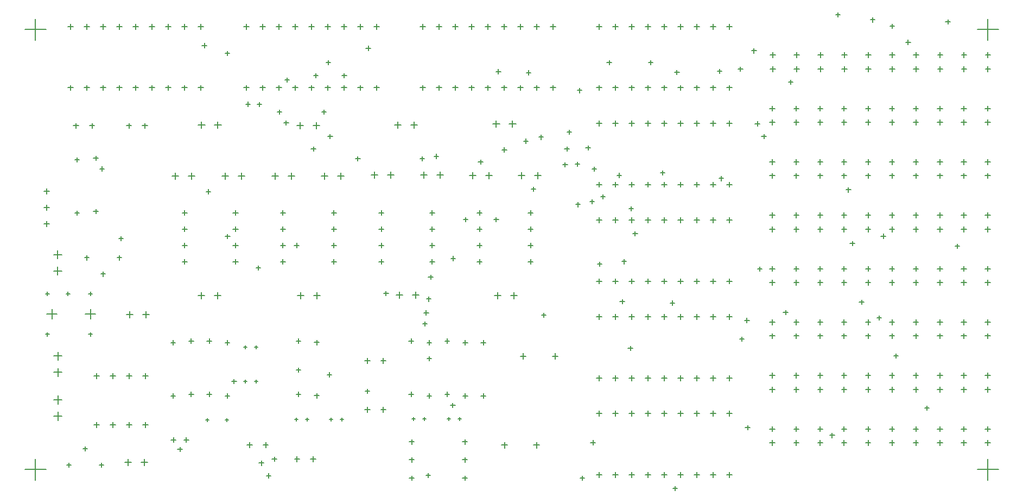
<source format=gbr>
%TF.GenerationSoftware,Altium Limited,Altium Designer,23.3.1 (30)*%
G04 Layer_Color=128*
%FSLAX26Y26*%
%MOIN*%
%TF.SameCoordinates,C47A0882-6911-4C93-B89A-A613C280F5D7*%
%TF.FilePolarity,Positive*%
%TF.FileFunction,Drillmap*%
%TF.Part,Single*%
G01*
G75*
%TA.AperFunction,NonConductor*%
%ADD45C,0.005000*%
D45*
X5836110Y1952490D02*
X5868110D01*
X5852110Y1936490D02*
Y1968490D01*
X5836110Y2037490D02*
X5868110D01*
X5852110Y2021490D02*
Y2053490D01*
X5983000Y1952490D02*
X6015000D01*
X5999000Y1936490D02*
Y1968490D01*
X5983000Y2037490D02*
X6015000D01*
X5999000Y2021490D02*
Y2053490D01*
X5542332Y2280244D02*
X5574332D01*
X5558332Y2264244D02*
Y2296244D01*
X5542332Y2365244D02*
X5574332D01*
X5558332Y2349244D02*
Y2381244D01*
X5395444Y2280244D02*
X5427444D01*
X5411444Y2264244D02*
Y2296244D01*
X5395444Y2365244D02*
X5427444D01*
X5411444Y2349244D02*
Y2381244D01*
X5689222Y2280244D02*
X5721222D01*
X5705222Y2264244D02*
Y2296244D01*
X5689222Y2365244D02*
X5721222D01*
X5705222Y2349244D02*
Y2381244D01*
X5248556Y1952490D02*
X5280556D01*
X5264556Y1936490D02*
Y1968490D01*
X5248556Y2037490D02*
X5280556D01*
X5264556Y2021490D02*
Y2053490D01*
X5983000Y2280244D02*
X6015000D01*
X5999000Y2264244D02*
Y2296244D01*
X5983000Y2365244D02*
X6015000D01*
X5999000Y2349244D02*
Y2381244D01*
X5836110Y2280244D02*
X5868110D01*
X5852110Y2264244D02*
Y2296244D01*
X5836110Y2365244D02*
X5868110D01*
X5852110Y2349244D02*
Y2381244D01*
X5542332Y1952490D02*
X5574332D01*
X5558332Y1936490D02*
Y1968490D01*
X5542332Y2037490D02*
X5574332D01*
X5558332Y2021490D02*
Y2053490D01*
X5395444Y1952490D02*
X5427444D01*
X5411444Y1936490D02*
Y1968490D01*
X5395444Y2037490D02*
X5427444D01*
X5411444Y2021490D02*
Y2053490D01*
X5689222Y1952490D02*
X5721222D01*
X5705222Y1936490D02*
Y1968490D01*
X5689222Y2037490D02*
X5721222D01*
X5705222Y2021490D02*
Y2053490D01*
X5248556Y2280244D02*
X5280556D01*
X5264556Y2264244D02*
Y2296244D01*
X5248556Y2365244D02*
X5280556D01*
X5264556Y2349244D02*
Y2381244D01*
X5542332Y1296976D02*
X5574332D01*
X5558332Y1280976D02*
Y1312976D01*
X5542332Y1381976D02*
X5574332D01*
X5558332Y1365976D02*
Y1397976D01*
X5689222Y1296976D02*
X5721222D01*
X5705222Y1280976D02*
Y1312976D01*
X5689222Y1381976D02*
X5721222D01*
X5705222Y1365976D02*
Y1397976D01*
X5836110Y1296976D02*
X5868110D01*
X5852110Y1280976D02*
Y1312976D01*
X5836110Y1381976D02*
X5868110D01*
X5852110Y1365976D02*
Y1397976D01*
X5983000Y1296976D02*
X6015000D01*
X5999000Y1280976D02*
Y1312976D01*
X5983000Y1381976D02*
X6015000D01*
X5999000Y1365976D02*
Y1397976D01*
X5395444Y1296976D02*
X5427444D01*
X5411444Y1280976D02*
Y1312976D01*
X5395444Y1381976D02*
X5427444D01*
X5411444Y1365976D02*
Y1397976D01*
X5836110Y1624732D02*
X5868110D01*
X5852110Y1608732D02*
Y1640732D01*
X5836110Y1709732D02*
X5868110D01*
X5852110Y1693732D02*
Y1725732D01*
X5983000Y1624732D02*
X6015000D01*
X5999000Y1608732D02*
Y1640732D01*
X5983000Y1709732D02*
X6015000D01*
X5999000Y1693732D02*
Y1725732D01*
X5248556Y1624732D02*
X5280556D01*
X5264556Y1608732D02*
Y1640732D01*
X5248556Y1709732D02*
X5280556D01*
X5264556Y1693732D02*
Y1725732D01*
X5395444Y1624732D02*
X5427444D01*
X5411444Y1608732D02*
Y1640732D01*
X5395444Y1709732D02*
X5427444D01*
X5411444Y1693732D02*
Y1725732D01*
X5689222Y1624732D02*
X5721222D01*
X5705222Y1608732D02*
Y1640732D01*
X5689222Y1709732D02*
X5721222D01*
X5705222Y1693732D02*
Y1725732D01*
X5542332Y1624732D02*
X5574332D01*
X5558332Y1608732D02*
Y1640732D01*
X5542332Y1709732D02*
X5574332D01*
X5558332Y1693732D02*
Y1725732D01*
X5395444Y313712D02*
X5427444D01*
X5411444Y297712D02*
Y329712D01*
X5395444Y398712D02*
X5427444D01*
X5411444Y382712D02*
Y414712D01*
X4663000Y2693000D02*
X4695000D01*
X4679000Y2677000D02*
Y2709000D01*
X4663000Y2608000D02*
X4695000D01*
X4679000Y2592000D02*
Y2624000D01*
X5397444Y2693000D02*
X5429444D01*
X5413444Y2677000D02*
Y2709000D01*
X5397444Y2608000D02*
X5429444D01*
X5413444Y2592000D02*
Y2624000D01*
X5248556Y1296976D02*
X5280556D01*
X5264556Y1280976D02*
Y1312976D01*
X5248556Y1381976D02*
X5280556D01*
X5264556Y1365976D02*
Y1397976D01*
X5250556Y2693000D02*
X5282556D01*
X5266556Y2677000D02*
Y2709000D01*
X5250556Y2608000D02*
X5282556D01*
X5266556Y2592000D02*
Y2624000D01*
X4956778Y2693000D02*
X4988778D01*
X4972778Y2677000D02*
Y2709000D01*
X4956778Y2608000D02*
X4988778D01*
X4972778Y2592000D02*
Y2624000D01*
X5103666Y2693000D02*
X5135666D01*
X5119666Y2677000D02*
Y2709000D01*
X5103666Y2608000D02*
X5135666D01*
X5119666Y2592000D02*
Y2624000D01*
X5248556Y641466D02*
X5280556D01*
X5264556Y625466D02*
Y657466D01*
X5248556Y726466D02*
X5280556D01*
X5264556Y710466D02*
Y742466D01*
X4807888Y2280244D02*
X4839888D01*
X4823888Y2264244D02*
Y2296244D01*
X4807888Y2365244D02*
X4839888D01*
X4823888Y2349244D02*
Y2381244D01*
X4954778Y2280244D02*
X4986778D01*
X4970778Y2264244D02*
Y2296244D01*
X4954778Y2365244D02*
X4986778D01*
X4970778Y2349244D02*
Y2381244D01*
X5101666Y2280244D02*
X5133666D01*
X5117666Y2264244D02*
Y2296244D01*
X5101666Y2365244D02*
X5133666D01*
X5117666Y2349244D02*
Y2381244D01*
X4809888Y2693000D02*
X4841888D01*
X4825888Y2677000D02*
Y2709000D01*
X4809888Y2608000D02*
X4841888D01*
X4825888Y2592000D02*
Y2624000D01*
X5838110Y2693000D02*
X5870110D01*
X5854110Y2677000D02*
Y2709000D01*
X5838110Y2608000D02*
X5870110D01*
X5854110Y2592000D02*
Y2624000D01*
X5691222Y2693000D02*
X5723222D01*
X5707222Y2677000D02*
Y2709000D01*
X5691222Y2608000D02*
X5723222D01*
X5707222Y2592000D02*
Y2624000D01*
X5544332Y2693000D02*
X5576332D01*
X5560332Y2677000D02*
Y2709000D01*
X5544332Y2608000D02*
X5576332D01*
X5560332Y2592000D02*
Y2624000D01*
X5985000Y2693000D02*
X6017000D01*
X6001000Y2677000D02*
Y2709000D01*
X5985000Y2608000D02*
X6017000D01*
X6001000Y2592000D02*
Y2624000D01*
X5248556Y313712D02*
X5280556D01*
X5264556Y297712D02*
Y329712D01*
X5248556Y398712D02*
X5280556D01*
X5264556Y382712D02*
Y414712D01*
X5836110Y313712D02*
X5868110D01*
X5852110Y297712D02*
Y329712D01*
X5836110Y398712D02*
X5868110D01*
X5852110Y382712D02*
Y414712D01*
X5689222Y313712D02*
X5721222D01*
X5705222Y297712D02*
Y329712D01*
X5689222Y398712D02*
X5721222D01*
X5705222Y382712D02*
Y414712D01*
X5542332Y313712D02*
X5574332D01*
X5558332Y297712D02*
Y329712D01*
X5542332Y398712D02*
X5574332D01*
X5558332Y382712D02*
Y414712D01*
X5248556Y969222D02*
X5280556D01*
X5264556Y953222D02*
Y985222D01*
X5248556Y1054222D02*
X5280556D01*
X5264556Y1038222D02*
Y1070222D01*
X5542332Y969222D02*
X5574332D01*
X5558332Y953222D02*
Y985222D01*
X5542332Y1054222D02*
X5574332D01*
X5558332Y1038222D02*
Y1070222D01*
X5689222Y969222D02*
X5721222D01*
X5705222Y953222D02*
Y985222D01*
X5689222Y1054222D02*
X5721222D01*
X5705222Y1038222D02*
Y1070222D01*
X5395444Y969222D02*
X5427444D01*
X5411444Y953222D02*
Y985222D01*
X5395444Y1054222D02*
X5427444D01*
X5411444Y1038222D02*
Y1070222D01*
X5983000Y398712D02*
X6015000D01*
X5999000Y382712D02*
Y414712D01*
X5983000Y313712D02*
X6015000D01*
X5999000Y297712D02*
Y329712D01*
X5836110Y641466D02*
X5868110D01*
X5852110Y625466D02*
Y657466D01*
X5836110Y726466D02*
X5868110D01*
X5852110Y710466D02*
Y742466D01*
X5983000Y641466D02*
X6015000D01*
X5999000Y625466D02*
Y657466D01*
X5983000Y726466D02*
X6015000D01*
X5999000Y710466D02*
Y742466D01*
X5395444Y641466D02*
X5427444D01*
X5411444Y625466D02*
Y657466D01*
X5395444Y726466D02*
X5427444D01*
X5411444Y710466D02*
Y742466D01*
X5689222Y641466D02*
X5721222D01*
X5705222Y625466D02*
Y657466D01*
X5689222Y726466D02*
X5721222D01*
X5705222Y710466D02*
Y742466D01*
X5542332Y641466D02*
X5574332D01*
X5558332Y625466D02*
Y657466D01*
X5542332Y726466D02*
X5574332D01*
X5558332Y710466D02*
Y742466D01*
X5836110Y969222D02*
X5868110D01*
X5852110Y953222D02*
Y985222D01*
X5836110Y1054222D02*
X5868110D01*
X5852110Y1038222D02*
Y1070222D01*
X4661000Y2280244D02*
X4693000D01*
X4677000Y2264244D02*
Y2296244D01*
X4661000Y2365244D02*
X4693000D01*
X4677000Y2349244D02*
Y2381244D01*
X5983000Y969222D02*
X6015000D01*
X5999000Y953222D02*
Y985222D01*
X5983000Y1054222D02*
X6015000D01*
X5999000Y1038222D02*
Y1070222D01*
X4661000Y313712D02*
X4693000D01*
X4677000Y297712D02*
Y329712D01*
X4661000Y398712D02*
X4693000D01*
X4677000Y382712D02*
Y414712D01*
X4807888Y641466D02*
X4839888D01*
X4823888Y625466D02*
Y657466D01*
X4807888Y726466D02*
X4839888D01*
X4823888Y710466D02*
Y742466D01*
X4661000Y641466D02*
X4693000D01*
X4677000Y625466D02*
Y657466D01*
X4661000Y726466D02*
X4693000D01*
X4677000Y710466D02*
Y742466D01*
X4807888Y313712D02*
X4839888D01*
X4823888Y297712D02*
Y329712D01*
X4807888Y398712D02*
X4839888D01*
X4823888Y382712D02*
Y414712D01*
X4661000Y969222D02*
X4693000D01*
X4677000Y953222D02*
Y985222D01*
X4661000Y1054222D02*
X4693000D01*
X4677000Y1038222D02*
Y1070222D01*
X5101666Y969222D02*
X5133666D01*
X5117666Y953222D02*
Y985222D01*
X5101666Y1054222D02*
X5133666D01*
X5117666Y1038222D02*
Y1070222D01*
X4661000Y1296976D02*
X4693000D01*
X4677000Y1280976D02*
Y1312976D01*
X4661000Y1381976D02*
X4693000D01*
X4677000Y1365976D02*
Y1397976D01*
X4954778Y1296976D02*
X4986778D01*
X4970778Y1280976D02*
Y1312976D01*
X4954778Y1381976D02*
X4986778D01*
X4970778Y1365976D02*
Y1397976D01*
X5101666Y1296976D02*
X5133666D01*
X5117666Y1280976D02*
Y1312976D01*
X5101666Y1381976D02*
X5133666D01*
X5117666Y1365976D02*
Y1397976D01*
X4954778Y969222D02*
X4986778D01*
X4970778Y953222D02*
Y985222D01*
X4954778Y1054222D02*
X4986778D01*
X4970778Y1038222D02*
Y1070222D01*
X4807888Y1296976D02*
X4839888D01*
X4823888Y1280976D02*
Y1312976D01*
X4807888Y1381976D02*
X4839888D01*
X4823888Y1365976D02*
Y1397976D01*
X4807888Y969222D02*
X4839888D01*
X4823888Y953222D02*
Y985222D01*
X4807888Y1054222D02*
X4839888D01*
X4823888Y1038222D02*
Y1070222D01*
X4661000Y1624732D02*
X4693000D01*
X4677000Y1608732D02*
Y1640732D01*
X4661000Y1709732D02*
X4693000D01*
X4677000Y1693732D02*
Y1725732D01*
X4807888Y1952490D02*
X4839888D01*
X4823888Y1936490D02*
Y1968490D01*
X4807888Y2037490D02*
X4839888D01*
X4823888Y2021490D02*
Y2053490D01*
X4807888Y1624732D02*
X4839888D01*
X4823888Y1608732D02*
Y1640732D01*
X4807888Y1709732D02*
X4839888D01*
X4823888Y1693732D02*
Y1725732D01*
X4661000Y1952490D02*
X4693000D01*
X4677000Y1936490D02*
Y1968490D01*
X4661000Y2037490D02*
X4693000D01*
X4677000Y2021490D02*
Y2053490D01*
X4954778Y313712D02*
X4986778D01*
X4970778Y297712D02*
Y329712D01*
X4954778Y398712D02*
X4986778D01*
X4970778Y382712D02*
Y414712D01*
X4954778Y641466D02*
X4986778D01*
X4970778Y625466D02*
Y657466D01*
X4954778Y726466D02*
X4986778D01*
X4970778Y710466D02*
Y742466D01*
X5101666Y641466D02*
X5133666D01*
X5117666Y625466D02*
Y657466D01*
X5101666Y726466D02*
X5133666D01*
X5117666Y710466D02*
Y742466D01*
X5101666Y313712D02*
X5133666D01*
X5117666Y297712D02*
Y329712D01*
X5101666Y398712D02*
X5133666D01*
X5117666Y382712D02*
Y414712D01*
X5101666Y1624732D02*
X5133666D01*
X5117666Y1608732D02*
Y1640732D01*
X5101666Y1709732D02*
X5133666D01*
X5117666Y1693732D02*
Y1725732D01*
X4954778Y1952490D02*
X4986778D01*
X4970778Y1936490D02*
Y1968490D01*
X4954778Y2037490D02*
X4986778D01*
X4970778Y2021490D02*
Y2053490D01*
X4954778Y1624732D02*
X4986778D01*
X4970778Y1608732D02*
Y1640732D01*
X4954778Y1709732D02*
X4986778D01*
X4970778Y1693732D02*
Y1725732D01*
X5101666Y1952490D02*
X5133666D01*
X5117666Y1936490D02*
Y1968490D01*
X5101666Y2037490D02*
X5133666D01*
X5117666Y2021490D02*
Y2053490D01*
X85000Y150000D02*
X215000D01*
X150000Y85000D02*
Y215000D01*
X85000Y2850000D02*
X215000D01*
X150000Y2785000D02*
Y2915000D01*
X5935000Y150000D02*
X6065000D01*
X6000000Y85000D02*
Y215000D01*
X5935000Y2850000D02*
X6065000D01*
X6000000Y2785000D02*
Y2915000D01*
X1092630Y938228D02*
X1121370D01*
X1107000Y923858D02*
Y952598D01*
X1092630Y611772D02*
X1121370D01*
X1107000Y597402D02*
Y626142D01*
X2447401Y97000D02*
X2476142D01*
X2461771Y82630D02*
Y111370D01*
X2773857Y97000D02*
X2802597D01*
X2788227Y82630D02*
Y111370D01*
X2447401Y209000D02*
X2476142D01*
X2461771Y194630D02*
Y223370D01*
X2773857Y209000D02*
X2802597D01*
X2788227Y194630D02*
Y223370D01*
X2447401Y320000D02*
X2476142D01*
X2461771Y305630D02*
Y334370D01*
X2773859Y320000D02*
X2802599D01*
X2788229Y305630D02*
Y334370D01*
X3061047Y2269330D02*
X3101205D01*
X3081126Y2249251D02*
Y2289409D01*
X2961047Y2269330D02*
X3001205D01*
X2981126Y2249251D02*
Y2289409D01*
X3216045Y1955330D02*
X3256203D01*
X3236124Y1935251D02*
Y1975409D01*
X3116045Y1955330D02*
X3156203D01*
X3136124Y1935251D02*
Y1975409D01*
X2915047Y1955330D02*
X2955205D01*
X2935126Y1935251D02*
Y1975409D01*
X2815047Y1955330D02*
X2855205D01*
X2835126Y1935251D02*
Y1975409D01*
X1856047Y2260330D02*
X1896205D01*
X1876126Y2240251D02*
Y2280409D01*
X1756047Y2260330D02*
X1796205D01*
X1776126Y2240251D02*
Y2280409D01*
X1702047Y1949330D02*
X1742205D01*
X1722126Y1929251D02*
Y1969409D01*
X1602047Y1949330D02*
X1642205D01*
X1622126Y1929251D02*
Y1969409D01*
X2312047Y1956330D02*
X2352205D01*
X2332126Y1936251D02*
Y1976409D01*
X2212047Y1956330D02*
X2252205D01*
X2232126Y1936251D02*
Y1976409D01*
X1907045Y1949330D02*
X1947203D01*
X1927124Y1929251D02*
Y1969409D01*
X2007045Y1949330D02*
X2047203D01*
X2027124Y1929251D02*
Y1969409D01*
X1296047Y1950330D02*
X1336205D01*
X1316126Y1930251D02*
Y1970409D01*
X1396047Y1950330D02*
X1436205D01*
X1416126Y1930251D02*
Y1970409D01*
X990047Y1950330D02*
X1030205D01*
X1010126Y1930251D02*
Y1970409D01*
X1090047Y1950330D02*
X1130205D01*
X1110126Y1930251D02*
Y1970409D01*
X1151047Y2264330D02*
X1191205D01*
X1171126Y2244251D02*
Y2284409D01*
X1251047Y2264330D02*
X1291205D01*
X1271126Y2244251D02*
Y2284409D01*
X2457047Y2265330D02*
X2497205D01*
X2477126Y2245251D02*
Y2285409D01*
X2357047Y2265330D02*
X2397205D01*
X2377126Y2245251D02*
Y2285409D01*
X2616047Y1956330D02*
X2656205D01*
X2636126Y1936251D02*
Y1976409D01*
X2516047Y1956330D02*
X2556205D01*
X2536126Y1936251D02*
Y1976409D01*
X709040Y2259000D02*
X740536D01*
X724788Y2243252D02*
Y2274748D01*
X807464Y2259000D02*
X838960D01*
X823212Y2243252D02*
Y2274748D01*
X2681000Y460000D02*
X2701000D01*
X2691000Y450000D02*
Y470000D01*
X2747000Y460000D02*
X2767000D01*
X2757000Y450000D02*
Y470000D01*
X3127858Y845000D02*
X3163291D01*
X3145574Y827284D02*
Y862716D01*
X3324709Y845000D02*
X3360142D01*
X3342426Y827284D02*
Y862716D01*
X3013858Y300000D02*
X3049291D01*
X3031574Y282284D02*
Y317716D01*
X3210709Y300000D02*
X3246142D01*
X3228426Y282284D02*
Y317716D01*
X2528000Y460000D02*
X2548000D01*
X2538000Y450000D02*
Y470000D01*
X2462000Y460000D02*
X2482000D01*
X2472000Y450000D02*
Y470000D01*
X2970921Y1216000D02*
X3011079D01*
X2991000Y1195921D02*
Y1236079D01*
X3070921Y1216000D02*
X3111079D01*
X3091000Y1195921D02*
Y1236079D01*
X2271464Y517000D02*
X2302960D01*
X2287212Y501252D02*
Y532748D01*
X2173040Y517000D02*
X2204536D01*
X2188788Y501252D02*
Y532748D01*
X1810000Y456000D02*
X1830000D01*
X1820000Y446000D02*
Y466000D01*
X1744000Y456000D02*
X1764000D01*
X1754000Y446000D02*
Y466000D01*
X2023000Y456000D02*
X2043000D01*
X2033000Y446000D02*
Y466000D01*
X1957000Y456000D02*
X1977000D01*
X1967000Y446000D02*
Y466000D01*
X2173038Y818000D02*
X2204534D01*
X2188786Y802252D02*
Y833748D01*
X2271464Y818000D02*
X2302960D01*
X2287212Y802252D02*
Y833748D01*
X2464923Y1220000D02*
X2505081D01*
X2485002Y1199921D02*
Y1240079D01*
X2364923Y1220000D02*
X2405081D01*
X2385002Y1199921D02*
Y1240079D01*
X1549464Y300000D02*
X1580960D01*
X1565212Y284252D02*
Y315748D01*
X1451040Y300000D02*
X1482536D01*
X1466788Y284252D02*
Y315748D01*
X1840464Y214000D02*
X1871960D01*
X1856212Y198252D02*
Y229748D01*
X1742040Y214000D02*
X1773536D01*
X1757788Y198252D02*
Y229748D01*
X1863630Y602772D02*
X1892370D01*
X1878000Y588402D02*
Y617142D01*
X1863630Y929230D02*
X1892370D01*
X1878000Y914860D02*
Y943600D01*
X1751630Y938230D02*
X1780370D01*
X1766000Y923860D02*
Y952600D01*
X1751630Y611772D02*
X1780370D01*
X1766000Y597402D02*
Y626142D01*
X1314630Y601772D02*
X1343370D01*
X1329000Y587402D02*
Y616142D01*
X1314630Y928228D02*
X1343370D01*
X1329000Y913858D02*
Y942598D01*
X1203630Y938228D02*
X1232370D01*
X1218000Y923858D02*
Y952598D01*
X1203630Y611772D02*
X1232370D01*
X1218000Y597402D02*
Y626142D01*
X981630Y601772D02*
X1010370D01*
X996000Y587402D02*
Y616142D01*
X981630Y928228D02*
X1010370D01*
X996000Y913858D02*
Y942598D01*
X1496000Y691000D02*
X1516000D01*
X1506000Y681000D02*
Y701000D01*
X1430000Y691000D02*
X1450000D01*
X1440000Y681000D02*
Y701000D01*
X1430000Y901000D02*
X1450000D01*
X1440000Y891000D02*
Y911000D01*
X1496000Y901000D02*
X1516000D01*
X1506000Y891000D02*
Y911000D01*
X1857921Y1218000D02*
X1898079D01*
X1878000Y1197921D02*
Y1238079D01*
X1757921Y1218000D02*
X1798079D01*
X1778000Y1197921D02*
Y1238079D01*
X507630Y2060228D02*
X536370D01*
X522000Y2045858D02*
Y2074598D01*
X507630Y1733772D02*
X536370D01*
X522000Y1719402D02*
Y1748142D01*
X391630Y1723772D02*
X420370D01*
X406000Y1709402D02*
Y1738142D01*
X391630Y2050228D02*
X420370D01*
X406000Y2035858D02*
Y2064598D01*
X482464Y2259000D02*
X513960D01*
X498212Y2243252D02*
Y2274748D01*
X384040Y2259000D02*
X415536D01*
X399788Y2243252D02*
Y2274748D01*
X1247921Y1216000D02*
X1288079D01*
X1268000Y1195921D02*
Y1236079D01*
X1147921Y1216000D02*
X1188079D01*
X1168000Y1195921D02*
Y1236079D01*
X1315000Y454000D02*
X1335000D01*
X1325000Y444000D02*
Y464000D01*
X1195000Y454000D02*
X1215000D01*
X1205000Y444000D02*
Y464000D01*
X700921Y195000D02*
X741079D01*
X721000Y174921D02*
Y215079D01*
X800921Y195000D02*
X841079D01*
X821000Y174921D02*
Y215079D01*
X708921Y1100000D02*
X749079D01*
X729000Y1079921D02*
Y1120079D01*
X808921Y1100000D02*
X849079D01*
X829000Y1079921D02*
Y1120079D01*
X982882Y332000D02*
X1014378D01*
X998630Y316252D02*
Y347748D01*
X1061622Y332000D02*
X1093118D01*
X1077370Y316252D02*
Y347748D01*
X2863346Y1725000D02*
X2894054D01*
X2878700Y1709646D02*
Y1740354D01*
X2863346Y1625000D02*
X2894054D01*
X2878700Y1609646D02*
Y1640354D01*
X2863346Y1525000D02*
X2894054D01*
X2878700Y1509646D02*
Y1540354D01*
X2863346Y1425000D02*
X2894054D01*
X2878700Y1409646D02*
Y1440354D01*
X3175946Y1425000D02*
X3206654D01*
X3191300Y1409646D02*
Y1440354D01*
X3175946Y1525000D02*
X3206654D01*
X3191300Y1509646D02*
Y1540354D01*
X3175946Y1625000D02*
X3206654D01*
X3191300Y1609646D02*
Y1640354D01*
X3175946Y1725000D02*
X3206654D01*
X3191300Y1709646D02*
Y1740354D01*
X3595661Y2273998D02*
X3628339D01*
X3612000Y2257659D02*
Y2290337D01*
X3695661Y2273998D02*
X3728339D01*
X3712000Y2257659D02*
Y2290337D01*
X3795661Y2273998D02*
X3828339D01*
X3812000Y2257659D02*
Y2290337D01*
X3895661Y2273998D02*
X3928339D01*
X3912000Y2257659D02*
Y2290337D01*
X3995661Y2273998D02*
X4028339D01*
X4012000Y2257659D02*
Y2290337D01*
X4095661Y2273998D02*
X4128339D01*
X4112000Y2257659D02*
Y2290337D01*
X4195661Y2273998D02*
X4228339D01*
X4212000Y2257659D02*
Y2290337D01*
X4295661Y2273998D02*
X4328339D01*
X4312000Y2257659D02*
Y2290337D01*
X4395661Y2273998D02*
X4428339D01*
X4412000Y2257659D02*
Y2290337D01*
X4395661Y1898998D02*
X4428339D01*
X4412000Y1882659D02*
Y1915337D01*
X4295661Y1898998D02*
X4328339D01*
X4312000Y1882659D02*
Y1915337D01*
X4195661Y1898998D02*
X4228339D01*
X4212000Y1882659D02*
Y1915337D01*
X4095661Y1898998D02*
X4128339D01*
X4112000Y1882659D02*
Y1915337D01*
X3995661Y1898998D02*
X4028339D01*
X4012000Y1882659D02*
Y1915337D01*
X3895661Y1898998D02*
X3928339D01*
X3912000Y1882659D02*
Y1915337D01*
X3795661Y1898998D02*
X3828339D01*
X3812000Y1882659D02*
Y1915337D01*
X3695661Y1898998D02*
X3728339D01*
X3712000Y1882659D02*
Y1915337D01*
X3595661Y1898998D02*
X3628339D01*
X3612000Y1882659D02*
Y1915337D01*
X3595661Y1680500D02*
X3628339D01*
X3612000Y1664161D02*
Y1696839D01*
X3695661Y1680500D02*
X3728339D01*
X3712000Y1664161D02*
Y1696839D01*
X3795661Y1680500D02*
X3828339D01*
X3812000Y1664161D02*
Y1696839D01*
X3895661Y1680500D02*
X3928339D01*
X3912000Y1664161D02*
Y1696839D01*
X3995661Y1680500D02*
X4028339D01*
X4012000Y1664161D02*
Y1696839D01*
X4095661Y1680500D02*
X4128339D01*
X4112000Y1664161D02*
Y1696839D01*
X4195661Y1680500D02*
X4228339D01*
X4212000Y1664161D02*
Y1696839D01*
X4295661Y1680500D02*
X4328339D01*
X4312000Y1664161D02*
Y1696839D01*
X4395661Y1680500D02*
X4428339D01*
X4412000Y1664161D02*
Y1696839D01*
X4395661Y1305500D02*
X4428339D01*
X4412000Y1289161D02*
Y1321839D01*
X4295661Y1305500D02*
X4328339D01*
X4312000Y1289161D02*
Y1321839D01*
X4195661Y1305500D02*
X4228339D01*
X4212000Y1289161D02*
Y1321839D01*
X4095661Y1305500D02*
X4128339D01*
X4112000Y1289161D02*
Y1321839D01*
X3995661Y1305500D02*
X4028339D01*
X4012000Y1289161D02*
Y1321839D01*
X3895661Y1305500D02*
X3928339D01*
X3912000Y1289161D02*
Y1321839D01*
X3795661Y1305500D02*
X3828339D01*
X3812000Y1289161D02*
Y1321839D01*
X3695661Y1305500D02*
X3728339D01*
X3712000Y1289161D02*
Y1321839D01*
X3595661Y1305500D02*
X3628339D01*
X3612000Y1289161D02*
Y1321839D01*
X3595661Y2867500D02*
X3628339D01*
X3612000Y2851161D02*
Y2883839D01*
X3695661Y2867500D02*
X3728339D01*
X3712000Y2851161D02*
Y2883839D01*
X3795661Y2867500D02*
X3828339D01*
X3812000Y2851161D02*
Y2883839D01*
X3895661Y2867500D02*
X3928339D01*
X3912000Y2851161D02*
Y2883839D01*
X3995661Y2867500D02*
X4028339D01*
X4012000Y2851161D02*
Y2883839D01*
X4095661Y2867500D02*
X4128339D01*
X4112000Y2851161D02*
Y2883839D01*
X4195661Y2867500D02*
X4228339D01*
X4212000Y2851161D02*
Y2883839D01*
X4295661Y2867500D02*
X4328339D01*
X4312000Y2851161D02*
Y2883839D01*
X4395661Y2867500D02*
X4428339D01*
X4412000Y2851161D02*
Y2883839D01*
X4395661Y2492500D02*
X4428339D01*
X4412000Y2476161D02*
Y2508839D01*
X4295661Y2492500D02*
X4328339D01*
X4312000Y2476161D02*
Y2508839D01*
X4195661Y2492500D02*
X4228339D01*
X4212000Y2476161D02*
Y2508839D01*
X4095661Y2492500D02*
X4128339D01*
X4112000Y2476161D02*
Y2508839D01*
X3995661Y2492500D02*
X4028339D01*
X4012000Y2476161D02*
Y2508839D01*
X3895661Y2492500D02*
X3928339D01*
X3912000Y2476161D02*
Y2508839D01*
X3795661Y2492500D02*
X3828339D01*
X3812000Y2476161D02*
Y2508839D01*
X3695661Y2492500D02*
X3728339D01*
X3712000Y2476161D02*
Y2508839D01*
X3595661Y2492500D02*
X3628339D01*
X3612000Y2476161D02*
Y2508839D01*
X2513327Y2867500D02*
X2546005D01*
X2529666Y2851161D02*
Y2883839D01*
X2613327Y2867500D02*
X2646005D01*
X2629666Y2851161D02*
Y2883839D01*
X2713327Y2867500D02*
X2746005D01*
X2729666Y2851161D02*
Y2883839D01*
X2813327Y2867500D02*
X2846005D01*
X2829666Y2851161D02*
Y2883839D01*
X2913327Y2867500D02*
X2946005D01*
X2929666Y2851161D02*
Y2883839D01*
X3013327Y2867500D02*
X3046005D01*
X3029666Y2851161D02*
Y2883839D01*
X3113327Y2867500D02*
X3146005D01*
X3129666Y2851161D02*
Y2883839D01*
X3213327Y2867500D02*
X3246005D01*
X3229666Y2851161D02*
Y2883839D01*
X3313327Y2867500D02*
X3346005D01*
X3329666Y2851161D02*
Y2883839D01*
X3313327Y2492500D02*
X3346005D01*
X3329666Y2476161D02*
Y2508839D01*
X3213327Y2492500D02*
X3246005D01*
X3229666Y2476161D02*
Y2508839D01*
X3113327Y2492500D02*
X3146005D01*
X3129666Y2476161D02*
Y2508839D01*
X3013327Y2492500D02*
X3046005D01*
X3029666Y2476161D02*
Y2508839D01*
X2913327Y2492500D02*
X2946005D01*
X2929666Y2476161D02*
Y2508839D01*
X2813327Y2492500D02*
X2846005D01*
X2829666Y2476161D02*
Y2508839D01*
X2713327Y2492500D02*
X2746005D01*
X2729666Y2476161D02*
Y2508839D01*
X2613327Y2492500D02*
X2646005D01*
X2629666Y2476161D02*
Y2508839D01*
X2513327Y2492500D02*
X2546005D01*
X2529666Y2476161D02*
Y2508839D01*
X348661Y2867500D02*
X381339D01*
X365000Y2851161D02*
Y2883839D01*
X448661Y2867500D02*
X481339D01*
X465000Y2851161D02*
Y2883839D01*
X548661Y2867500D02*
X581339D01*
X565000Y2851161D02*
Y2883839D01*
X648661Y2867500D02*
X681339D01*
X665000Y2851161D02*
Y2883839D01*
X748661Y2867500D02*
X781339D01*
X765000Y2851161D02*
Y2883839D01*
X848661Y2867500D02*
X881339D01*
X865000Y2851161D02*
Y2883839D01*
X948661Y2867500D02*
X981339D01*
X965000Y2851161D02*
Y2883839D01*
X1048661Y2867500D02*
X1081339D01*
X1065000Y2851161D02*
Y2883839D01*
X1148661Y2867500D02*
X1181339D01*
X1165000Y2851161D02*
Y2883839D01*
X1148661Y2492500D02*
X1181339D01*
X1165000Y2476161D02*
Y2508839D01*
X1048661Y2492500D02*
X1081339D01*
X1065000Y2476161D02*
Y2508839D01*
X948661Y2492500D02*
X981339D01*
X965000Y2476161D02*
Y2508839D01*
X848661Y2492500D02*
X881339D01*
X865000Y2476161D02*
Y2508839D01*
X748661Y2492500D02*
X781339D01*
X765000Y2476161D02*
Y2508839D01*
X648661Y2492500D02*
X681339D01*
X665000Y2476161D02*
Y2508839D01*
X548661Y2492500D02*
X581339D01*
X565000Y2476161D02*
Y2508839D01*
X448661Y2492500D02*
X481339D01*
X465000Y2476161D02*
Y2508839D01*
X348661Y2492500D02*
X381339D01*
X365000Y2476161D02*
Y2508839D01*
X3595661Y712000D02*
X3628339D01*
X3612000Y695661D02*
Y728339D01*
X3695661Y712000D02*
X3728339D01*
X3712000Y695661D02*
Y728339D01*
X3795661Y712000D02*
X3828339D01*
X3812000Y695661D02*
Y728339D01*
X3895661Y712000D02*
X3928339D01*
X3912000Y695661D02*
Y728339D01*
X3995661Y712000D02*
X4028339D01*
X4012000Y695661D02*
Y728339D01*
X4095661Y712000D02*
X4128339D01*
X4112000Y695661D02*
Y728339D01*
X4195661Y712000D02*
X4228339D01*
X4212000Y695661D02*
Y728339D01*
X4295661Y712000D02*
X4328339D01*
X4312000Y695661D02*
Y728339D01*
X4395661Y712000D02*
X4428339D01*
X4412000Y695661D02*
Y728339D01*
X4395661Y1087000D02*
X4428339D01*
X4412000Y1070661D02*
Y1103339D01*
X4295661Y1087000D02*
X4328339D01*
X4312000Y1070661D02*
Y1103339D01*
X4195661Y1087000D02*
X4228339D01*
X4212000Y1070661D02*
Y1103339D01*
X4095661Y1087000D02*
X4128339D01*
X4112000Y1070661D02*
Y1103339D01*
X3995661Y1087000D02*
X4028339D01*
X4012000Y1070661D02*
Y1103339D01*
X3895661Y1087000D02*
X3928339D01*
X3912000Y1070661D02*
Y1103339D01*
X3795661Y1087000D02*
X3828339D01*
X3812000Y1070661D02*
Y1103339D01*
X3695661Y1087000D02*
X3728339D01*
X3712000Y1070661D02*
Y1103339D01*
X3595661Y1087000D02*
X3628339D01*
X3612000Y1070661D02*
Y1103339D01*
X1430995Y2867500D02*
X1463673D01*
X1447334Y2851161D02*
Y2883839D01*
X1530995Y2867500D02*
X1563673D01*
X1547334Y2851161D02*
Y2883839D01*
X1630995Y2867500D02*
X1663673D01*
X1647334Y2851161D02*
Y2883839D01*
X1730995Y2867500D02*
X1763673D01*
X1747334Y2851161D02*
Y2883839D01*
X1830995Y2867500D02*
X1863673D01*
X1847334Y2851161D02*
Y2883839D01*
X1930995Y2867500D02*
X1963673D01*
X1947334Y2851161D02*
Y2883839D01*
X2030995Y2867500D02*
X2063673D01*
X2047334Y2851161D02*
Y2883839D01*
X2130995Y2867500D02*
X2163673D01*
X2147334Y2851161D02*
Y2883839D01*
X2230995Y2867500D02*
X2263673D01*
X2247334Y2851161D02*
Y2883839D01*
X2230995Y2492500D02*
X2263673D01*
X2247334Y2476161D02*
Y2508839D01*
X2130995Y2492500D02*
X2163673D01*
X2147334Y2476161D02*
Y2508839D01*
X2030995Y2492500D02*
X2063673D01*
X2047334Y2476161D02*
Y2508839D01*
X1930995Y2492500D02*
X1963673D01*
X1947334Y2476161D02*
Y2508839D01*
X1830995Y2492500D02*
X1863673D01*
X1847334Y2476161D02*
Y2508839D01*
X1730995Y2492500D02*
X1763673D01*
X1747334Y2476161D02*
Y2508839D01*
X1630995Y2492500D02*
X1663673D01*
X1647334Y2476161D02*
Y2508839D01*
X1530995Y2492500D02*
X1563673D01*
X1547334Y2476161D02*
Y2508839D01*
X1430995Y2492500D02*
X1463673D01*
X1447334Y2476161D02*
Y2508839D01*
X3595661Y493500D02*
X3628339D01*
X3612000Y477161D02*
Y509839D01*
X3695661Y493500D02*
X3728339D01*
X3712000Y477161D02*
Y509839D01*
X3795661Y493500D02*
X3828339D01*
X3812000Y477161D02*
Y509839D01*
X3895661Y493500D02*
X3928339D01*
X3912000Y477161D02*
Y509839D01*
X3995661Y493500D02*
X4028339D01*
X4012000Y477161D02*
Y509839D01*
X4095661Y493500D02*
X4128339D01*
X4112000Y477161D02*
Y509839D01*
X4195661Y493500D02*
X4228339D01*
X4212000Y477161D02*
Y509839D01*
X4295661Y493500D02*
X4328339D01*
X4312000Y477161D02*
Y509839D01*
X4395661Y493500D02*
X4428339D01*
X4412000Y477161D02*
Y509839D01*
X4395661Y118500D02*
X4428339D01*
X4412000Y102161D02*
Y134839D01*
X4295661Y118500D02*
X4328339D01*
X4312000Y102161D02*
Y134839D01*
X4195661Y118500D02*
X4228339D01*
X4212000Y102161D02*
Y134839D01*
X4095661Y118500D02*
X4128339D01*
X4112000Y102161D02*
Y134839D01*
X3995661Y118500D02*
X4028339D01*
X4012000Y102161D02*
Y134839D01*
X3895661Y118500D02*
X3928339D01*
X3912000Y102161D02*
Y134839D01*
X3795661Y118500D02*
X3828339D01*
X3812000Y102161D02*
Y134839D01*
X3695661Y118500D02*
X3728339D01*
X3712000Y102161D02*
Y134839D01*
X3595661Y118500D02*
X3628339D01*
X3612000Y102161D02*
Y134839D01*
X203252Y1657000D02*
X234748D01*
X219000Y1641252D02*
Y1672748D01*
X203252Y1857000D02*
X234748D01*
X219000Y1841252D02*
Y1872748D01*
X203252Y1757000D02*
X234748D01*
X219000Y1741252D02*
Y1772748D01*
X261409Y1468000D02*
X312591D01*
X287000Y1442409D02*
Y1493591D01*
X261409Y1368000D02*
X312591D01*
X287000Y1342409D02*
Y1393591D01*
X342945Y178000D02*
X371055D01*
X357000Y163945D02*
Y192055D01*
X442945Y278000D02*
X471055D01*
X457000Y263945D02*
Y292055D01*
X542945Y178000D02*
X571055D01*
X557000Y163945D02*
Y192055D01*
X262344Y477000D02*
X313524D01*
X287934Y451409D02*
Y502591D01*
X262344Y577000D02*
X313524D01*
X287934Y551409D02*
Y602591D01*
X262344Y745858D02*
X313524D01*
X287934Y720268D02*
Y771448D01*
X262344Y845858D02*
X313524D01*
X287934Y820268D02*
Y871448D01*
X510000Y424000D02*
X542000D01*
X526000Y408000D02*
Y440000D01*
X610000Y424000D02*
X642000D01*
X626000Y408000D02*
Y440000D01*
X510000Y724000D02*
X542000D01*
X526000Y708000D02*
Y740000D01*
X610000Y724000D02*
X642000D01*
X626000Y708000D02*
Y740000D01*
X810000Y424000D02*
X842000D01*
X826000Y408000D02*
Y440000D01*
X710000Y424000D02*
X742000D01*
X726000Y408000D02*
Y440000D01*
X710000Y724000D02*
X742000D01*
X726000Y708000D02*
Y740000D01*
X810000Y724000D02*
X842000D01*
X826000Y708000D02*
Y740000D01*
X2443630Y611772D02*
X2472370D01*
X2458000Y597402D02*
Y626142D01*
X2443630Y938228D02*
X2472370D01*
X2458000Y923858D02*
Y952598D01*
X2554630Y928228D02*
X2583370D01*
X2569000Y913858D02*
Y942598D01*
X2554630Y601772D02*
X2583370D01*
X2569000Y587402D02*
Y616142D01*
X2887630Y928230D02*
X2916370D01*
X2902000Y913860D02*
Y942600D01*
X2887630Y601772D02*
X2916370D01*
X2902000Y587402D02*
Y616142D01*
X2665630Y611772D02*
X2694370D01*
X2680000Y597402D02*
Y626142D01*
X2665630Y938230D02*
X2694370D01*
X2680000Y923860D02*
Y952600D01*
X2776630Y928230D02*
X2805370D01*
X2791000Y913860D02*
Y942600D01*
X2776630Y601772D02*
X2805370D01*
X2791000Y587402D02*
Y616142D01*
X2571944Y1725000D02*
X2602652D01*
X2587298Y1709646D02*
Y1740354D01*
X2571944Y1625000D02*
X2602652D01*
X2587298Y1609646D02*
Y1640354D01*
X2571944Y1525000D02*
X2602652D01*
X2587298Y1509646D02*
Y1540354D01*
X2571944Y1425000D02*
X2602652D01*
X2587298Y1409646D02*
Y1440354D01*
X2259346Y1425000D02*
X2290054D01*
X2274700Y1409646D02*
Y1440354D01*
X2259346Y1525000D02*
X2290054D01*
X2274700Y1509646D02*
Y1540354D01*
X2259346Y1625000D02*
X2290054D01*
X2274700Y1609646D02*
Y1640354D01*
X2259346Y1725000D02*
X2290054D01*
X2274700Y1709646D02*
Y1740354D01*
X1967944Y1725000D02*
X1998652D01*
X1983298Y1709646D02*
Y1740354D01*
X1967944Y1625000D02*
X1998652D01*
X1983298Y1609646D02*
Y1640354D01*
X1967944Y1525000D02*
X1998652D01*
X1983298Y1509646D02*
Y1540354D01*
X1967944Y1425000D02*
X1998652D01*
X1983298Y1409646D02*
Y1440354D01*
X1655346Y1425000D02*
X1686054D01*
X1670700Y1409646D02*
Y1440354D01*
X1655346Y1525000D02*
X1686054D01*
X1670700Y1509646D02*
Y1540354D01*
X1655346Y1625000D02*
X1686054D01*
X1670700Y1609646D02*
Y1640354D01*
X1655346Y1725000D02*
X1686054D01*
X1670700Y1709646D02*
Y1740354D01*
X1363946Y1725000D02*
X1394654D01*
X1379300Y1709646D02*
Y1740354D01*
X1363946Y1625000D02*
X1394654D01*
X1379300Y1609646D02*
Y1640354D01*
X1363946Y1525000D02*
X1394654D01*
X1379300Y1509646D02*
Y1540354D01*
X1363946Y1425000D02*
X1394654D01*
X1379300Y1409646D02*
Y1440354D01*
X1051346Y1425000D02*
X1082054D01*
X1066700Y1409646D02*
Y1440354D01*
X1051346Y1525000D02*
X1082054D01*
X1066700Y1509646D02*
Y1540354D01*
X1051346Y1625000D02*
X1082054D01*
X1066700Y1609646D02*
Y1640354D01*
X1051346Y1725000D02*
X1082054D01*
X1066700Y1709646D02*
Y1740354D01*
X452945Y1449000D02*
X481055D01*
X467000Y1434945D02*
Y1463055D01*
X552945Y1349000D02*
X581055D01*
X567000Y1334945D02*
Y1363055D01*
X652945Y1449000D02*
X681055D01*
X667000Y1434945D02*
Y1463055D01*
X212677Y1228016D02*
X236299D01*
X224488Y1216205D02*
Y1239827D01*
X212677Y979984D02*
X236299D01*
X224488Y968173D02*
Y991795D01*
X476457Y1228016D02*
X500079D01*
X488268Y1216205D02*
Y1239827D01*
X476457Y979984D02*
X500079D01*
X488268Y968173D02*
Y991795D01*
X338661Y1228016D02*
X362283D01*
X350472Y1216205D02*
Y1239827D01*
X220552Y1104000D02*
X283544D01*
X252048Y1072504D02*
Y1135496D01*
X456772Y1104000D02*
X519764D01*
X488268Y1072504D02*
Y1135496D01*
X4467000Y2607000D02*
X4495000D01*
X4481000Y2593000D02*
Y2621000D01*
X4611000Y2194000D02*
X4639000D01*
X4625000Y2180000D02*
Y2208000D01*
X4339000Y2594000D02*
X4367000D01*
X4353000Y2580000D02*
Y2608000D01*
X1677000Y2277000D02*
X1705000D01*
X1691000Y2263000D02*
Y2291000D01*
X3988000Y1970000D02*
X4016000D01*
X4002000Y1956000D02*
Y1984000D01*
X1568000Y112000D02*
X1596000D01*
X1582000Y98000D02*
Y126000D01*
X3259000Y1097000D02*
X3287000D01*
X3273000Y1083000D02*
Y1111000D01*
X1524000Y189000D02*
X1552000D01*
X1538000Y175000D02*
Y203000D01*
X5317963Y1079963D02*
X5345963D01*
X5331963Y1065963D02*
Y1093963D01*
X3468000Y1776000D02*
X3496000D01*
X3482000Y1762000D02*
Y1790000D01*
X3466000Y2023000D02*
X3494000D01*
X3480000Y2009000D02*
Y2037000D01*
X3569000Y1994000D02*
X3597000D01*
X3583000Y1980000D02*
Y2008000D01*
X3390000Y2020000D02*
X3418000D01*
X3404000Y2006000D02*
Y2034000D01*
X2290000Y1230000D02*
X2318000D01*
X2304000Y1216000D02*
Y1244000D01*
X1317000Y1580000D02*
X1345000D01*
X1331000Y1566000D02*
Y1594000D01*
X2552000Y1196000D02*
X2580000D01*
X2566000Y1182000D02*
Y1210000D01*
X1947000Y2194000D02*
X1975000D01*
X1961000Y2180000D02*
Y2208000D01*
X1357000Y690000D02*
X1385000D01*
X1371000Y676000D02*
Y704000D01*
X1636000Y2344000D02*
X1664000D01*
X1650000Y2330000D02*
Y2358000D01*
X2700000Y544000D02*
X2728000D01*
X2714000Y530000D02*
Y558000D01*
X4066000Y34000D02*
X4094000D01*
X4080000Y20000D02*
Y48000D01*
X3495000Y98000D02*
X3523000D01*
X3509000Y84000D02*
Y112000D01*
X2548000Y113000D02*
X2576000D01*
X2562000Y99000D02*
Y127000D01*
X1506000Y1387000D02*
X1534000D01*
X1520000Y1373000D02*
Y1401000D01*
X1741000Y1525000D02*
X1769000D01*
X1755000Y1511000D02*
Y1539000D01*
X2174786Y630214D02*
X2202786D01*
X2188786Y616214D02*
Y644214D01*
X2967000Y1684000D02*
X2995000D01*
X2981000Y1670000D02*
Y1698000D01*
X3916000Y2648000D02*
X3944000D01*
X3930000Y2634000D02*
Y2662000D01*
X3661000Y2648000D02*
X3689000D01*
X3675000Y2634000D02*
Y2662000D01*
X2702000Y1445000D02*
X2730000D01*
X2716000Y1431000D02*
Y1459000D01*
X662000Y1567000D02*
X690000D01*
X676000Y1553000D02*
Y1581000D01*
X2564000Y1330000D02*
X2592000D01*
X2578000Y1316000D02*
Y1344000D01*
X3561000Y315000D02*
X3589000D01*
X3575000Y301000D02*
Y329000D01*
X5211000Y1177000D02*
X5239000D01*
X5225000Y1163000D02*
Y1191000D01*
X4507000Y1065000D02*
X4535000D01*
X4521000Y1051000D02*
Y1079000D01*
X4511000Y407000D02*
X4539000D01*
X4525000Y393000D02*
Y421000D01*
X5066000Y2940000D02*
X5094000D01*
X5080000Y2926000D02*
Y2954000D01*
X5399444Y2870604D02*
X5427444D01*
X5413444Y2856604D02*
Y2884604D01*
X5279000Y2909000D02*
X5307000D01*
X5293000Y2895000D02*
Y2923000D01*
X1315106Y2703394D02*
X1343106D01*
X1329106Y2689394D02*
Y2717394D01*
X5741000Y2898000D02*
X5769000D01*
X5755000Y2884000D02*
Y2912000D01*
X1512000Y2391000D02*
X1540000D01*
X1526000Y2377000D02*
Y2405000D01*
X1442000Y2392000D02*
X1470000D01*
X1456000Y2378000D02*
Y2406000D01*
X1682000Y2540000D02*
X1710000D01*
X1696000Y2526000D02*
Y2554000D01*
X1909000Y2344000D02*
X1937000D01*
X1923000Y2330000D02*
Y2358000D01*
X3602000Y1411000D02*
X3630000D01*
X3616000Y1397000D02*
Y1425000D01*
X5154000Y1538000D02*
X5182000D01*
X5168000Y1524000D02*
Y1552000D01*
X4048000Y1172230D02*
X4076000D01*
X4062000Y1158230D02*
Y1186230D01*
X4744000Y1114000D02*
X4772000D01*
X4758000Y1100000D02*
Y1128000D01*
X3148246Y2165000D02*
X3176246D01*
X3162246Y2151000D02*
Y2179000D01*
X3531000Y2124000D02*
X3559000D01*
X3545000Y2110000D02*
Y2138000D01*
X3401000Y2117000D02*
X3429000D01*
X3415000Y2103000D02*
Y2131000D01*
X3416000Y2220000D02*
X3444000D01*
X3430000Y2206000D02*
Y2234000D01*
X3555576Y1793000D02*
X3583576D01*
X3569576Y1779000D02*
Y1807000D01*
X3796000Y1751000D02*
X3824000D01*
X3810000Y1737000D02*
Y1765000D01*
X1024000Y273000D02*
X1052000D01*
X1038000Y259000D02*
Y287000D01*
X1753000Y761000D02*
X1781000D01*
X1767000Y747000D02*
Y775000D01*
X1604000Y213000D02*
X1632000D01*
X1618000Y199000D02*
Y227000D01*
X1935000Y2647000D02*
X1963000D01*
X1949000Y2633000D02*
Y2661000D01*
X2555000Y831000D02*
X2583000D01*
X2569000Y817000D02*
Y845000D01*
X1943000Y732000D02*
X1971000D01*
X1957000Y718000D02*
Y746000D01*
X4476000Y951000D02*
X4504000D01*
X4490000Y937000D02*
Y965000D01*
X1844000Y2117000D02*
X1872000D01*
X1858000Y2103000D02*
Y2131000D01*
X2980000Y2592000D02*
X3008000D01*
X2994000Y2578000D02*
Y2606000D01*
X3195000Y1871000D02*
X3223000D01*
X3209000Y1857000D02*
Y1885000D01*
X3479000Y2476000D02*
X3507000D01*
X3493000Y2462000D02*
Y2490000D01*
X1859000Y2567000D02*
X1887000D01*
X1873000Y2553000D02*
Y2581000D01*
X3791000Y894000D02*
X3819000D01*
X3805000Y880000D02*
Y908000D01*
X5422798Y848000D02*
X5450798D01*
X5436798Y834000D02*
Y862000D01*
X5613000Y527000D02*
X5641000D01*
X5627000Y513000D02*
Y541000D01*
X546000Y1995000D02*
X574000D01*
X560000Y1981000D02*
Y2009000D01*
X3741000Y1181000D02*
X3769000D01*
X3755000Y1167000D02*
Y1195000D01*
X3165000Y2585000D02*
X3193000D01*
X3179000Y2571000D02*
Y2599000D01*
X4077000Y2587000D02*
X4105000D01*
X4091000Y2573000D02*
Y2601000D01*
X4348000Y1936000D02*
X4376000D01*
X4362000Y1922000D02*
Y1950000D01*
X5130000Y1866000D02*
X5158000D01*
X5144000Y1852000D02*
Y1880000D01*
X4586000Y1380000D02*
X4614000D01*
X4600000Y1366000D02*
Y1394000D01*
X4571000Y2272000D02*
X4599000D01*
X4585000Y2258000D02*
Y2286000D01*
X3242000Y2189000D02*
X3270000D01*
X3256000Y2175000D02*
Y2203000D01*
X5799000Y1521000D02*
X5827000D01*
X5813000Y1507000D02*
Y1535000D01*
X4550000Y2719000D02*
X4578000D01*
X4564000Y2705000D02*
Y2733000D01*
X2181120Y2735000D02*
X2209120D01*
X2195120Y2721000D02*
Y2749000D01*
X1174000Y2752000D02*
X1202000D01*
X1188000Y2738000D02*
Y2766000D01*
X2778000Y1684000D02*
X2806000D01*
X2792000Y1670000D02*
Y1698000D01*
X2537000Y1112000D02*
X2565000D01*
X2551000Y1098000D02*
Y1126000D01*
X1199000Y1855000D02*
X1227000D01*
X1213000Y1841000D02*
Y1869000D01*
X3623000Y1824000D02*
X3651000D01*
X3637000Y1810000D02*
Y1838000D01*
X5030000Y359000D02*
X5058000D01*
X5044000Y345000D02*
Y373000D01*
X3017000Y2112000D02*
X3045000D01*
X3031000Y2098000D02*
Y2126000D01*
X2599000Y2072000D02*
X2627000D01*
X2613000Y2058000D02*
Y2086000D01*
X2513000Y2057000D02*
X2541000D01*
X2527000Y2043000D02*
Y2071000D01*
X2117000Y2057000D02*
X2145000D01*
X2131000Y2043000D02*
Y2071000D01*
X5344000Y1582000D02*
X5372000D01*
X5358000Y1568000D02*
Y1596000D01*
X3820000Y1597000D02*
X3848000D01*
X3834000Y1583000D02*
Y1611000D01*
X3753000Y1426000D02*
X3781000D01*
X3767000Y1412000D02*
Y1440000D01*
X2871000Y2038000D02*
X2899000D01*
X2885000Y2024000D02*
Y2052000D01*
X2529000Y1044000D02*
X2557000D01*
X2543000Y1030000D02*
Y1058000D01*
X2033334Y2567666D02*
X2061334D01*
X2047334Y2553666D02*
Y2581666D01*
X4775022Y2527000D02*
X4803022D01*
X4789022Y2513000D02*
Y2541000D01*
X5497000Y2772000D02*
X5525000D01*
X5511000Y2758000D02*
Y2786000D01*
X3723000Y1955000D02*
X3751000D01*
X3737000Y1941000D02*
Y1969000D01*
%TF.MD5,533663d3581772cb3690d8803d329021*%
M02*

</source>
